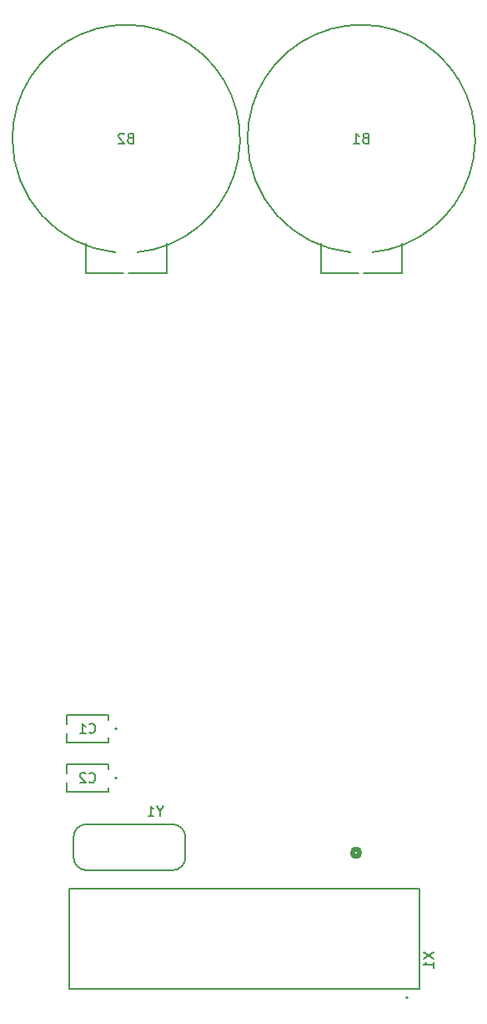
<source format=gbr>
%TF.GenerationSoftware,KiCad,Pcbnew,7.0.8*%
%TF.CreationDate,2023-11-22T10:02:54+01:00*%
%TF.ProjectId,ATMegaSpin,41544d65-6761-4537-9069-6e2e6b696361,2*%
%TF.SameCoordinates,Original*%
%TF.FileFunction,Legend,Bot*%
%TF.FilePolarity,Positive*%
%FSLAX46Y46*%
G04 Gerber Fmt 4.6, Leading zero omitted, Abs format (unit mm)*
G04 Created by KiCad (PCBNEW 7.0.8) date 2023-11-22 10:02:54*
%MOMM*%
%LPD*%
G01*
G04 APERTURE LIST*
%ADD10C,0.150000*%
%ADD11C,0.508000*%
%ADD12C,0.152400*%
%ADD13C,0.127000*%
%ADD14C,0.200000*%
G04 APERTURE END LIST*
D10*
X161469761Y-79713909D02*
X161326904Y-79761528D01*
X161326904Y-79761528D02*
X161279285Y-79809147D01*
X161279285Y-79809147D02*
X161231666Y-79904385D01*
X161231666Y-79904385D02*
X161231666Y-80047242D01*
X161231666Y-80047242D02*
X161279285Y-80142480D01*
X161279285Y-80142480D02*
X161326904Y-80190100D01*
X161326904Y-80190100D02*
X161422142Y-80237719D01*
X161422142Y-80237719D02*
X161803094Y-80237719D01*
X161803094Y-80237719D02*
X161803094Y-79237719D01*
X161803094Y-79237719D02*
X161469761Y-79237719D01*
X161469761Y-79237719D02*
X161374523Y-79285338D01*
X161374523Y-79285338D02*
X161326904Y-79332957D01*
X161326904Y-79332957D02*
X161279285Y-79428195D01*
X161279285Y-79428195D02*
X161279285Y-79523433D01*
X161279285Y-79523433D02*
X161326904Y-79618671D01*
X161326904Y-79618671D02*
X161374523Y-79666290D01*
X161374523Y-79666290D02*
X161469761Y-79713909D01*
X161469761Y-79713909D02*
X161803094Y-79713909D01*
X160279285Y-80237719D02*
X160850713Y-80237719D01*
X160564999Y-80237719D02*
X160564999Y-79237719D01*
X160564999Y-79237719D02*
X160660237Y-79380576D01*
X160660237Y-79380576D02*
X160755475Y-79475814D01*
X160755475Y-79475814D02*
X160850713Y-79523433D01*
X140600661Y-147939583D02*
X140600661Y-148416159D01*
X140934264Y-147415348D02*
X140600661Y-147939583D01*
X140600661Y-147939583D02*
X140267057Y-147415348D01*
X139409219Y-148416159D02*
X139981111Y-148416159D01*
X139695165Y-148416159D02*
X139695165Y-147415348D01*
X139695165Y-147415348D02*
X139790480Y-147558321D01*
X139790480Y-147558321D02*
X139885796Y-147653637D01*
X139885796Y-147653637D02*
X139981111Y-147701294D01*
X167368819Y-162260376D02*
X168368819Y-162927042D01*
X167368819Y-162927042D02*
X168368819Y-162260376D01*
X168368819Y-163831804D02*
X168368819Y-163260376D01*
X168368819Y-163546090D02*
X167368819Y-163546090D01*
X167368819Y-163546090D02*
X167511676Y-163450852D01*
X167511676Y-163450852D02*
X167606914Y-163355614D01*
X167606914Y-163355614D02*
X167654533Y-163260376D01*
X133443666Y-139958480D02*
X133491285Y-140006100D01*
X133491285Y-140006100D02*
X133634142Y-140053719D01*
X133634142Y-140053719D02*
X133729380Y-140053719D01*
X133729380Y-140053719D02*
X133872237Y-140006100D01*
X133872237Y-140006100D02*
X133967475Y-139910861D01*
X133967475Y-139910861D02*
X134015094Y-139815623D01*
X134015094Y-139815623D02*
X134062713Y-139625147D01*
X134062713Y-139625147D02*
X134062713Y-139482290D01*
X134062713Y-139482290D02*
X134015094Y-139291814D01*
X134015094Y-139291814D02*
X133967475Y-139196576D01*
X133967475Y-139196576D02*
X133872237Y-139101338D01*
X133872237Y-139101338D02*
X133729380Y-139053719D01*
X133729380Y-139053719D02*
X133634142Y-139053719D01*
X133634142Y-139053719D02*
X133491285Y-139101338D01*
X133491285Y-139101338D02*
X133443666Y-139148957D01*
X132491285Y-140053719D02*
X133062713Y-140053719D01*
X132776999Y-140053719D02*
X132776999Y-139053719D01*
X132776999Y-139053719D02*
X132872237Y-139196576D01*
X132872237Y-139196576D02*
X132967475Y-139291814D01*
X132967475Y-139291814D02*
X133062713Y-139339433D01*
X133443666Y-144958480D02*
X133491285Y-145006100D01*
X133491285Y-145006100D02*
X133634142Y-145053719D01*
X133634142Y-145053719D02*
X133729380Y-145053719D01*
X133729380Y-145053719D02*
X133872237Y-145006100D01*
X133872237Y-145006100D02*
X133967475Y-144910861D01*
X133967475Y-144910861D02*
X134015094Y-144815623D01*
X134015094Y-144815623D02*
X134062713Y-144625147D01*
X134062713Y-144625147D02*
X134062713Y-144482290D01*
X134062713Y-144482290D02*
X134015094Y-144291814D01*
X134015094Y-144291814D02*
X133967475Y-144196576D01*
X133967475Y-144196576D02*
X133872237Y-144101338D01*
X133872237Y-144101338D02*
X133729380Y-144053719D01*
X133729380Y-144053719D02*
X133634142Y-144053719D01*
X133634142Y-144053719D02*
X133491285Y-144101338D01*
X133491285Y-144101338D02*
X133443666Y-144148957D01*
X133062713Y-144148957D02*
X133015094Y-144101338D01*
X133015094Y-144101338D02*
X132919856Y-144053719D01*
X132919856Y-144053719D02*
X132681761Y-144053719D01*
X132681761Y-144053719D02*
X132586523Y-144101338D01*
X132586523Y-144101338D02*
X132538904Y-144148957D01*
X132538904Y-144148957D02*
X132491285Y-144244195D01*
X132491285Y-144244195D02*
X132491285Y-144339433D01*
X132491285Y-144339433D02*
X132538904Y-144482290D01*
X132538904Y-144482290D02*
X133110332Y-145053719D01*
X133110332Y-145053719D02*
X132491285Y-145053719D01*
X137593761Y-79713909D02*
X137450904Y-79761528D01*
X137450904Y-79761528D02*
X137403285Y-79809147D01*
X137403285Y-79809147D02*
X137355666Y-79904385D01*
X137355666Y-79904385D02*
X137355666Y-80047242D01*
X137355666Y-80047242D02*
X137403285Y-80142480D01*
X137403285Y-80142480D02*
X137450904Y-80190100D01*
X137450904Y-80190100D02*
X137546142Y-80237719D01*
X137546142Y-80237719D02*
X137927094Y-80237719D01*
X137927094Y-80237719D02*
X137927094Y-79237719D01*
X137927094Y-79237719D02*
X137593761Y-79237719D01*
X137593761Y-79237719D02*
X137498523Y-79285338D01*
X137498523Y-79285338D02*
X137450904Y-79332957D01*
X137450904Y-79332957D02*
X137403285Y-79428195D01*
X137403285Y-79428195D02*
X137403285Y-79523433D01*
X137403285Y-79523433D02*
X137450904Y-79618671D01*
X137450904Y-79618671D02*
X137498523Y-79666290D01*
X137498523Y-79666290D02*
X137593761Y-79713909D01*
X137593761Y-79713909D02*
X137927094Y-79713909D01*
X136974713Y-79332957D02*
X136927094Y-79285338D01*
X136927094Y-79285338D02*
X136831856Y-79237719D01*
X136831856Y-79237719D02*
X136593761Y-79237719D01*
X136593761Y-79237719D02*
X136498523Y-79285338D01*
X136498523Y-79285338D02*
X136450904Y-79332957D01*
X136450904Y-79332957D02*
X136403285Y-79428195D01*
X136403285Y-79428195D02*
X136403285Y-79523433D01*
X136403285Y-79523433D02*
X136450904Y-79666290D01*
X136450904Y-79666290D02*
X137022332Y-80237719D01*
X137022332Y-80237719D02*
X136403285Y-80237719D01*
D11*
%TO.C,SW1*%
X160909000Y-152164800D02*
G75*
G03*
X160909000Y-152164800I-381000J0D01*
G01*
D12*
%TO.C,B1*%
X165192500Y-93371900D02*
X161305585Y-93371900D01*
X165192500Y-90351725D02*
X165192500Y-93371900D01*
X160824415Y-93371900D02*
X156937500Y-93371900D01*
X156937500Y-93371900D02*
X156937500Y-90351725D01*
X149508000Y-79782906D02*
G75*
G03*
X159972832Y-91288178I11557000J6D01*
G01*
X162157168Y-91288178D02*
G75*
G03*
X149508000Y-79782900I-1092168J11505278D01*
G01*
D13*
%TO.C,Y1*%
X143202000Y-152608900D02*
X143202000Y-150588900D01*
X141932000Y-149268900D02*
X133122000Y-149268900D01*
X133122000Y-153928900D02*
X141932000Y-153928900D01*
X131852000Y-150588900D02*
X131852000Y-152608900D01*
X141932000Y-153928900D02*
G75*
G03*
X143202000Y-152608900I-24999J1294999D01*
G01*
X143202000Y-150588900D02*
G75*
G03*
X141932000Y-149268900I-1294999J25001D01*
G01*
X131852000Y-152608900D02*
G75*
G03*
X133122000Y-153928900I1295000J-25000D01*
G01*
X133122000Y-149268900D02*
G75*
G03*
X131852000Y-150588900I25000J-1295000D01*
G01*
%TO.C,X1*%
X131399000Y-165924900D02*
X166959000Y-165924900D01*
X166959000Y-165924900D02*
X166959000Y-155764900D01*
X131399000Y-155764900D02*
X131399000Y-165924900D01*
X166959000Y-155764900D02*
X131399000Y-155764900D01*
D14*
X165779000Y-166844900D02*
G75*
G03*
X165779000Y-166844900I-100000J0D01*
G01*
D12*
%TO.C,C1*%
X135397900Y-140516993D02*
X135397900Y-141021300D01*
X135397900Y-138176500D02*
X135397900Y-138680807D01*
X131156100Y-141021300D02*
X135397900Y-141021300D01*
X131156100Y-140076247D02*
X131156100Y-141021300D01*
X131156100Y-138176500D02*
X135397900Y-138176500D01*
X131156100Y-138176500D02*
X131156100Y-139121553D01*
X136236100Y-139598900D02*
G75*
G03*
X136236100Y-139598900I-76200J0D01*
G01*
%TO.C,C2*%
X135397900Y-145516993D02*
X135397900Y-146021300D01*
X135397900Y-143176500D02*
X135397900Y-143680807D01*
X131156100Y-146021300D02*
X135397900Y-146021300D01*
X131156100Y-145076247D02*
X131156100Y-146021300D01*
X131156100Y-143176500D02*
X135397900Y-143176500D01*
X131156100Y-143176500D02*
X131156100Y-144121553D01*
X136236100Y-144598900D02*
G75*
G03*
X136236100Y-144598900I-76200J0D01*
G01*
%TO.C,B2*%
X141316500Y-93371900D02*
X137429585Y-93371900D01*
X141316500Y-90351725D02*
X141316500Y-93371900D01*
X136948415Y-93371900D02*
X133061500Y-93371900D01*
X133061500Y-93371900D02*
X133061500Y-90351725D01*
X125632000Y-79782906D02*
G75*
G03*
X136096832Y-91288178I11557000J6D01*
G01*
X138281168Y-91288178D02*
G75*
G03*
X125632000Y-79782900I-1092168J11505278D01*
G01*
%TD*%
M02*

</source>
